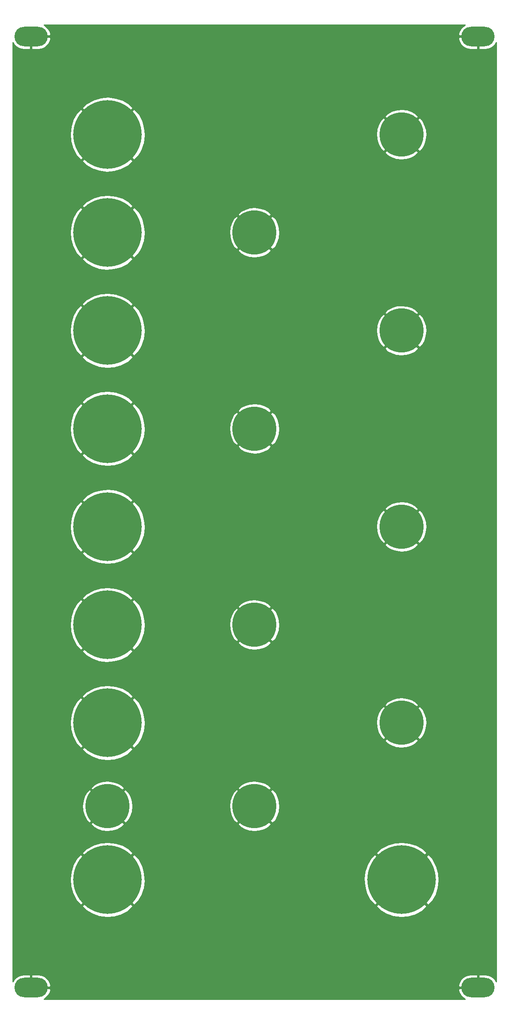
<source format=gbr>
%TF.GenerationSoftware,KiCad,Pcbnew,5.1.6-c6e7f7d~87~ubuntu20.04.1*%
%TF.CreationDate,2020-10-30T00:46:53-04:00*%
%TF.ProjectId,waveshaper-panel,77617665-7368-4617-9065-722d70616e65,rev?*%
%TF.SameCoordinates,Original*%
%TF.FileFunction,Copper,L2,Bot*%
%TF.FilePolarity,Positive*%
%FSLAX46Y46*%
G04 Gerber Fmt 4.6, Leading zero omitted, Abs format (unit mm)*
G04 Created by KiCad (PCBNEW 5.1.6-c6e7f7d~87~ubuntu20.04.1) date 2020-10-30 00:46:53*
%MOMM*%
%LPD*%
G01*
G04 APERTURE LIST*
%TA.AperFunction,ComponentPad*%
%ADD10O,6.800000X4.000000*%
%TD*%
%TA.AperFunction,ComponentPad*%
%ADD11C,9.000000*%
%TD*%
%TA.AperFunction,ComponentPad*%
%ADD12C,14.000000*%
%TD*%
%TA.AperFunction,Conductor*%
%ADD13C,0.254000*%
%TD*%
G04 APERTURE END LIST*
D10*
%TO.P,H22,1*%
%TO.N,GND*%
X145600000Y-197000000D03*
%TD*%
D11*
%TO.P,H21,1*%
%TO.N,GND*%
X100000000Y-83000000D03*
%TD*%
D12*
%TO.P,H20,1*%
%TO.N,GND*%
X70000000Y-83000000D03*
%TD*%
D10*
%TO.P,H19,1*%
%TO.N,GND*%
X54400000Y-197000000D03*
%TD*%
D11*
%TO.P,H18,1*%
%TO.N,GND*%
X130000000Y-143000000D03*
%TD*%
%TO.P,H17,1*%
%TO.N,GND*%
X130000000Y-63000000D03*
%TD*%
D12*
%TO.P,H16,1*%
%TO.N,GND*%
X70000000Y-143000000D03*
%TD*%
%TO.P,H15,1*%
%TO.N,GND*%
X70000000Y-63000000D03*
%TD*%
D10*
%TO.P,H14,1*%
%TO.N,GND*%
X145600000Y-3000000D03*
%TD*%
D12*
%TO.P,H13,1*%
%TO.N,GND*%
X130000000Y-175000000D03*
%TD*%
D11*
%TO.P,H12,1*%
%TO.N,GND*%
X100000000Y-160000000D03*
%TD*%
%TO.P,H11,1*%
%TO.N,GND*%
X100000000Y-123000000D03*
%TD*%
%TO.P,H10,1*%
%TO.N,GND*%
X100000000Y-43000000D03*
%TD*%
D12*
%TO.P,H9,1*%
%TO.N,GND*%
X70000000Y-123000000D03*
%TD*%
%TO.P,H8,1*%
%TO.N,GND*%
X70000000Y-43000000D03*
%TD*%
D10*
%TO.P,H7,1*%
%TO.N,GND*%
X54400000Y-3000000D03*
%TD*%
D12*
%TO.P,H6,1*%
%TO.N,GND*%
X70000000Y-175000000D03*
%TD*%
D11*
%TO.P,H5,1*%
%TO.N,GND*%
X70000000Y-160000000D03*
%TD*%
%TO.P,H4,1*%
%TO.N,GND*%
X130000000Y-103000000D03*
%TD*%
%TO.P,H3,1*%
%TO.N,GND*%
X130000000Y-23000000D03*
%TD*%
D12*
%TO.P,H2,1*%
%TO.N,GND*%
X70000000Y-103000000D03*
%TD*%
%TO.P,H1,1*%
%TO.N,GND*%
X70000000Y-23000000D03*
%TD*%
D13*
%TO.N,GND*%
G36*
X142630475Y-879635D02*
G01*
X142246970Y-1226576D01*
X141938519Y-1641669D01*
X141716975Y-2108962D01*
X141620333Y-2462838D01*
X141727009Y-2873000D01*
X145473000Y-2873000D01*
X145473000Y-2853000D01*
X145727000Y-2853000D01*
X145727000Y-2873000D01*
X145747000Y-2873000D01*
X145747000Y-3127000D01*
X145727000Y-3127000D01*
X145727000Y-5635000D01*
X147127000Y-5635000D01*
X147638623Y-5559593D01*
X148125704Y-5385822D01*
X148569525Y-5120365D01*
X148953030Y-4773424D01*
X149261481Y-4358331D01*
X149340000Y-4192714D01*
X149340001Y-195807288D01*
X149261481Y-195641669D01*
X148953030Y-195226576D01*
X148569525Y-194879635D01*
X148125704Y-194614178D01*
X147638623Y-194440407D01*
X147127000Y-194365000D01*
X145727000Y-194365000D01*
X145727000Y-196873000D01*
X145747000Y-196873000D01*
X145747000Y-197127000D01*
X145727000Y-197127000D01*
X145727000Y-197147000D01*
X145473000Y-197147000D01*
X145473000Y-197127000D01*
X141727009Y-197127000D01*
X141620333Y-197537162D01*
X141716975Y-197891038D01*
X141938519Y-198358331D01*
X142246970Y-198773424D01*
X142630475Y-199120365D01*
X142997686Y-199340000D01*
X57002314Y-199340000D01*
X57369525Y-199120365D01*
X57753030Y-198773424D01*
X58061481Y-198358331D01*
X58283025Y-197891038D01*
X58379667Y-197537162D01*
X58272991Y-197127000D01*
X54527000Y-197127000D01*
X54527000Y-197147000D01*
X54273000Y-197147000D01*
X54273000Y-197127000D01*
X54253000Y-197127000D01*
X54253000Y-196873000D01*
X54273000Y-196873000D01*
X54273000Y-194365000D01*
X54527000Y-194365000D01*
X54527000Y-196873000D01*
X58272991Y-196873000D01*
X58379667Y-196462838D01*
X141620333Y-196462838D01*
X141727009Y-196873000D01*
X145473000Y-196873000D01*
X145473000Y-194365000D01*
X144073000Y-194365000D01*
X143561377Y-194440407D01*
X143074296Y-194614178D01*
X142630475Y-194879635D01*
X142246970Y-195226576D01*
X141938519Y-195641669D01*
X141716975Y-196108962D01*
X141620333Y-196462838D01*
X58379667Y-196462838D01*
X58283025Y-196108962D01*
X58061481Y-195641669D01*
X57753030Y-195226576D01*
X57369525Y-194879635D01*
X56925704Y-194614178D01*
X56438623Y-194440407D01*
X55927000Y-194365000D01*
X54527000Y-194365000D01*
X54273000Y-194365000D01*
X52873000Y-194365000D01*
X52361377Y-194440407D01*
X51874296Y-194614178D01*
X51430475Y-194879635D01*
X51046970Y-195226576D01*
X50738519Y-195641669D01*
X50660000Y-195807286D01*
X50660000Y-180401674D01*
X64777932Y-180401674D01*
X65593908Y-181280530D01*
X66903840Y-182019437D01*
X68332756Y-182488591D01*
X69825743Y-182669963D01*
X71325428Y-182556583D01*
X72774176Y-182152807D01*
X74116314Y-181474153D01*
X74406092Y-181280530D01*
X75222068Y-180401674D01*
X124777932Y-180401674D01*
X125593908Y-181280530D01*
X126903840Y-182019437D01*
X128332756Y-182488591D01*
X129825743Y-182669963D01*
X131325428Y-182556583D01*
X132774176Y-182152807D01*
X134116314Y-181474153D01*
X134406092Y-181280530D01*
X135222068Y-180401674D01*
X130000000Y-175179605D01*
X124777932Y-180401674D01*
X75222068Y-180401674D01*
X70000000Y-175179605D01*
X64777932Y-180401674D01*
X50660000Y-180401674D01*
X50660000Y-174825743D01*
X62330037Y-174825743D01*
X62443417Y-176325428D01*
X62847193Y-177774176D01*
X63525847Y-179116314D01*
X63719470Y-179406092D01*
X64598326Y-180222068D01*
X69820395Y-175000000D01*
X70179605Y-175000000D01*
X75401674Y-180222068D01*
X76280530Y-179406092D01*
X77019437Y-178096160D01*
X77488591Y-176667244D01*
X77669963Y-175174257D01*
X77643615Y-174825743D01*
X122330037Y-174825743D01*
X122443417Y-176325428D01*
X122847193Y-177774176D01*
X123525847Y-179116314D01*
X123719470Y-179406092D01*
X124598326Y-180222068D01*
X129820395Y-175000000D01*
X130179605Y-175000000D01*
X135401674Y-180222068D01*
X136280530Y-179406092D01*
X137019437Y-178096160D01*
X137488591Y-176667244D01*
X137669963Y-175174257D01*
X137556583Y-173674572D01*
X137152807Y-172225824D01*
X136474153Y-170883686D01*
X136280530Y-170593908D01*
X135401674Y-169777932D01*
X130179605Y-175000000D01*
X129820395Y-175000000D01*
X124598326Y-169777932D01*
X123719470Y-170593908D01*
X122980563Y-171903840D01*
X122511409Y-173332756D01*
X122330037Y-174825743D01*
X77643615Y-174825743D01*
X77556583Y-173674572D01*
X77152807Y-172225824D01*
X76474153Y-170883686D01*
X76280530Y-170593908D01*
X75401674Y-169777932D01*
X70179605Y-175000000D01*
X69820395Y-175000000D01*
X64598326Y-169777932D01*
X63719470Y-170593908D01*
X62980563Y-171903840D01*
X62511409Y-173332756D01*
X62330037Y-174825743D01*
X50660000Y-174825743D01*
X50660000Y-169598326D01*
X64777932Y-169598326D01*
X70000000Y-174820395D01*
X75222068Y-169598326D01*
X124777932Y-169598326D01*
X130000000Y-174820395D01*
X135222068Y-169598326D01*
X134406092Y-168719470D01*
X133096160Y-167980563D01*
X131667244Y-167511409D01*
X130174257Y-167330037D01*
X128674572Y-167443417D01*
X127225824Y-167847193D01*
X125883686Y-168525847D01*
X125593908Y-168719470D01*
X124777932Y-169598326D01*
X75222068Y-169598326D01*
X74406092Y-168719470D01*
X73096160Y-167980563D01*
X71667244Y-167511409D01*
X70174257Y-167330037D01*
X68674572Y-167443417D01*
X67225824Y-167847193D01*
X65883686Y-168525847D01*
X65593908Y-168719470D01*
X64777932Y-169598326D01*
X50660000Y-169598326D01*
X50660000Y-163624971D01*
X66554634Y-163624971D01*
X67070783Y-164247788D01*
X67955768Y-164737630D01*
X68919314Y-165045407D01*
X69924389Y-165159293D01*
X70932370Y-165074910D01*
X71904520Y-164795501D01*
X72803481Y-164331803D01*
X72929217Y-164247788D01*
X73445366Y-163624971D01*
X96554634Y-163624971D01*
X97070783Y-164247788D01*
X97955768Y-164737630D01*
X98919314Y-165045407D01*
X99924389Y-165159293D01*
X100932370Y-165074910D01*
X101904520Y-164795501D01*
X102803481Y-164331803D01*
X102929217Y-164247788D01*
X103445366Y-163624971D01*
X100000000Y-160179605D01*
X96554634Y-163624971D01*
X73445366Y-163624971D01*
X70000000Y-160179605D01*
X66554634Y-163624971D01*
X50660000Y-163624971D01*
X50660000Y-159924389D01*
X64840707Y-159924389D01*
X64925090Y-160932370D01*
X65204499Y-161904520D01*
X65668197Y-162803481D01*
X65752212Y-162929217D01*
X66375029Y-163445366D01*
X69820395Y-160000000D01*
X70179605Y-160000000D01*
X73624971Y-163445366D01*
X74247788Y-162929217D01*
X74737630Y-162044232D01*
X75045407Y-161080686D01*
X75159293Y-160075611D01*
X75146634Y-159924389D01*
X94840707Y-159924389D01*
X94925090Y-160932370D01*
X95204499Y-161904520D01*
X95668197Y-162803481D01*
X95752212Y-162929217D01*
X96375029Y-163445366D01*
X99820395Y-160000000D01*
X100179605Y-160000000D01*
X103624971Y-163445366D01*
X104247788Y-162929217D01*
X104737630Y-162044232D01*
X105045407Y-161080686D01*
X105159293Y-160075611D01*
X105074910Y-159067630D01*
X104795501Y-158095480D01*
X104331803Y-157196519D01*
X104247788Y-157070783D01*
X103624971Y-156554634D01*
X100179605Y-160000000D01*
X99820395Y-160000000D01*
X96375029Y-156554634D01*
X95752212Y-157070783D01*
X95262370Y-157955768D01*
X94954593Y-158919314D01*
X94840707Y-159924389D01*
X75146634Y-159924389D01*
X75074910Y-159067630D01*
X74795501Y-158095480D01*
X74331803Y-157196519D01*
X74247788Y-157070783D01*
X73624971Y-156554634D01*
X70179605Y-160000000D01*
X69820395Y-160000000D01*
X66375029Y-156554634D01*
X65752212Y-157070783D01*
X65262370Y-157955768D01*
X64954593Y-158919314D01*
X64840707Y-159924389D01*
X50660000Y-159924389D01*
X50660000Y-156375029D01*
X66554634Y-156375029D01*
X70000000Y-159820395D01*
X73445366Y-156375029D01*
X96554634Y-156375029D01*
X100000000Y-159820395D01*
X103445366Y-156375029D01*
X102929217Y-155752212D01*
X102044232Y-155262370D01*
X101080686Y-154954593D01*
X100075611Y-154840707D01*
X99067630Y-154925090D01*
X98095480Y-155204499D01*
X97196519Y-155668197D01*
X97070783Y-155752212D01*
X96554634Y-156375029D01*
X73445366Y-156375029D01*
X72929217Y-155752212D01*
X72044232Y-155262370D01*
X71080686Y-154954593D01*
X70075611Y-154840707D01*
X69067630Y-154925090D01*
X68095480Y-155204499D01*
X67196519Y-155668197D01*
X67070783Y-155752212D01*
X66554634Y-156375029D01*
X50660000Y-156375029D01*
X50660000Y-148401674D01*
X64777932Y-148401674D01*
X65593908Y-149280530D01*
X66903840Y-150019437D01*
X68332756Y-150488591D01*
X69825743Y-150669963D01*
X71325428Y-150556583D01*
X72774176Y-150152807D01*
X74116314Y-149474153D01*
X74406092Y-149280530D01*
X75222068Y-148401674D01*
X70000000Y-143179605D01*
X64777932Y-148401674D01*
X50660000Y-148401674D01*
X50660000Y-142825743D01*
X62330037Y-142825743D01*
X62443417Y-144325428D01*
X62847193Y-145774176D01*
X63525847Y-147116314D01*
X63719470Y-147406092D01*
X64598326Y-148222068D01*
X69820395Y-143000000D01*
X70179605Y-143000000D01*
X75401674Y-148222068D01*
X76280530Y-147406092D01*
X76721145Y-146624971D01*
X126554634Y-146624971D01*
X127070783Y-147247788D01*
X127955768Y-147737630D01*
X128919314Y-148045407D01*
X129924389Y-148159293D01*
X130932370Y-148074910D01*
X131904520Y-147795501D01*
X132803481Y-147331803D01*
X132929217Y-147247788D01*
X133445366Y-146624971D01*
X130000000Y-143179605D01*
X126554634Y-146624971D01*
X76721145Y-146624971D01*
X77019437Y-146096160D01*
X77488591Y-144667244D01*
X77669963Y-143174257D01*
X77651073Y-142924389D01*
X124840707Y-142924389D01*
X124925090Y-143932370D01*
X125204499Y-144904520D01*
X125668197Y-145803481D01*
X125752212Y-145929217D01*
X126375029Y-146445366D01*
X129820395Y-143000000D01*
X130179605Y-143000000D01*
X133624971Y-146445366D01*
X134247788Y-145929217D01*
X134737630Y-145044232D01*
X135045407Y-144080686D01*
X135159293Y-143075611D01*
X135074910Y-142067630D01*
X134795501Y-141095480D01*
X134331803Y-140196519D01*
X134247788Y-140070783D01*
X133624971Y-139554634D01*
X130179605Y-143000000D01*
X129820395Y-143000000D01*
X126375029Y-139554634D01*
X125752212Y-140070783D01*
X125262370Y-140955768D01*
X124954593Y-141919314D01*
X124840707Y-142924389D01*
X77651073Y-142924389D01*
X77556583Y-141674572D01*
X77152807Y-140225824D01*
X76722602Y-139375029D01*
X126554634Y-139375029D01*
X130000000Y-142820395D01*
X133445366Y-139375029D01*
X132929217Y-138752212D01*
X132044232Y-138262370D01*
X131080686Y-137954593D01*
X130075611Y-137840707D01*
X129067630Y-137925090D01*
X128095480Y-138204499D01*
X127196519Y-138668197D01*
X127070783Y-138752212D01*
X126554634Y-139375029D01*
X76722602Y-139375029D01*
X76474153Y-138883686D01*
X76280530Y-138593908D01*
X75401674Y-137777932D01*
X70179605Y-143000000D01*
X69820395Y-143000000D01*
X64598326Y-137777932D01*
X63719470Y-138593908D01*
X62980563Y-139903840D01*
X62511409Y-141332756D01*
X62330037Y-142825743D01*
X50660000Y-142825743D01*
X50660000Y-137598326D01*
X64777932Y-137598326D01*
X70000000Y-142820395D01*
X75222068Y-137598326D01*
X74406092Y-136719470D01*
X73096160Y-135980563D01*
X71667244Y-135511409D01*
X70174257Y-135330037D01*
X68674572Y-135443417D01*
X67225824Y-135847193D01*
X65883686Y-136525847D01*
X65593908Y-136719470D01*
X64777932Y-137598326D01*
X50660000Y-137598326D01*
X50660000Y-128401674D01*
X64777932Y-128401674D01*
X65593908Y-129280530D01*
X66903840Y-130019437D01*
X68332756Y-130488591D01*
X69825743Y-130669963D01*
X71325428Y-130556583D01*
X72774176Y-130152807D01*
X74116314Y-129474153D01*
X74406092Y-129280530D01*
X75222068Y-128401674D01*
X70000000Y-123179605D01*
X64777932Y-128401674D01*
X50660000Y-128401674D01*
X50660000Y-122825743D01*
X62330037Y-122825743D01*
X62443417Y-124325428D01*
X62847193Y-125774176D01*
X63525847Y-127116314D01*
X63719470Y-127406092D01*
X64598326Y-128222068D01*
X69820395Y-123000000D01*
X70179605Y-123000000D01*
X75401674Y-128222068D01*
X76280530Y-127406092D01*
X76721145Y-126624971D01*
X96554634Y-126624971D01*
X97070783Y-127247788D01*
X97955768Y-127737630D01*
X98919314Y-128045407D01*
X99924389Y-128159293D01*
X100932370Y-128074910D01*
X101904520Y-127795501D01*
X102803481Y-127331803D01*
X102929217Y-127247788D01*
X103445366Y-126624971D01*
X100000000Y-123179605D01*
X96554634Y-126624971D01*
X76721145Y-126624971D01*
X77019437Y-126096160D01*
X77488591Y-124667244D01*
X77669963Y-123174257D01*
X77651073Y-122924389D01*
X94840707Y-122924389D01*
X94925090Y-123932370D01*
X95204499Y-124904520D01*
X95668197Y-125803481D01*
X95752212Y-125929217D01*
X96375029Y-126445366D01*
X99820395Y-123000000D01*
X100179605Y-123000000D01*
X103624971Y-126445366D01*
X104247788Y-125929217D01*
X104737630Y-125044232D01*
X105045407Y-124080686D01*
X105159293Y-123075611D01*
X105074910Y-122067630D01*
X104795501Y-121095480D01*
X104331803Y-120196519D01*
X104247788Y-120070783D01*
X103624971Y-119554634D01*
X100179605Y-123000000D01*
X99820395Y-123000000D01*
X96375029Y-119554634D01*
X95752212Y-120070783D01*
X95262370Y-120955768D01*
X94954593Y-121919314D01*
X94840707Y-122924389D01*
X77651073Y-122924389D01*
X77556583Y-121674572D01*
X77152807Y-120225824D01*
X76722602Y-119375029D01*
X96554634Y-119375029D01*
X100000000Y-122820395D01*
X103445366Y-119375029D01*
X102929217Y-118752212D01*
X102044232Y-118262370D01*
X101080686Y-117954593D01*
X100075611Y-117840707D01*
X99067630Y-117925090D01*
X98095480Y-118204499D01*
X97196519Y-118668197D01*
X97070783Y-118752212D01*
X96554634Y-119375029D01*
X76722602Y-119375029D01*
X76474153Y-118883686D01*
X76280530Y-118593908D01*
X75401674Y-117777932D01*
X70179605Y-123000000D01*
X69820395Y-123000000D01*
X64598326Y-117777932D01*
X63719470Y-118593908D01*
X62980563Y-119903840D01*
X62511409Y-121332756D01*
X62330037Y-122825743D01*
X50660000Y-122825743D01*
X50660000Y-117598326D01*
X64777932Y-117598326D01*
X70000000Y-122820395D01*
X75222068Y-117598326D01*
X74406092Y-116719470D01*
X73096160Y-115980563D01*
X71667244Y-115511409D01*
X70174257Y-115330037D01*
X68674572Y-115443417D01*
X67225824Y-115847193D01*
X65883686Y-116525847D01*
X65593908Y-116719470D01*
X64777932Y-117598326D01*
X50660000Y-117598326D01*
X50660000Y-108401674D01*
X64777932Y-108401674D01*
X65593908Y-109280530D01*
X66903840Y-110019437D01*
X68332756Y-110488591D01*
X69825743Y-110669963D01*
X71325428Y-110556583D01*
X72774176Y-110152807D01*
X74116314Y-109474153D01*
X74406092Y-109280530D01*
X75222068Y-108401674D01*
X70000000Y-103179605D01*
X64777932Y-108401674D01*
X50660000Y-108401674D01*
X50660000Y-102825743D01*
X62330037Y-102825743D01*
X62443417Y-104325428D01*
X62847193Y-105774176D01*
X63525847Y-107116314D01*
X63719470Y-107406092D01*
X64598326Y-108222068D01*
X69820395Y-103000000D01*
X70179605Y-103000000D01*
X75401674Y-108222068D01*
X76280530Y-107406092D01*
X76721145Y-106624971D01*
X126554634Y-106624971D01*
X127070783Y-107247788D01*
X127955768Y-107737630D01*
X128919314Y-108045407D01*
X129924389Y-108159293D01*
X130932370Y-108074910D01*
X131904520Y-107795501D01*
X132803481Y-107331803D01*
X132929217Y-107247788D01*
X133445366Y-106624971D01*
X130000000Y-103179605D01*
X126554634Y-106624971D01*
X76721145Y-106624971D01*
X77019437Y-106096160D01*
X77488591Y-104667244D01*
X77669963Y-103174257D01*
X77651073Y-102924389D01*
X124840707Y-102924389D01*
X124925090Y-103932370D01*
X125204499Y-104904520D01*
X125668197Y-105803481D01*
X125752212Y-105929217D01*
X126375029Y-106445366D01*
X129820395Y-103000000D01*
X130179605Y-103000000D01*
X133624971Y-106445366D01*
X134247788Y-105929217D01*
X134737630Y-105044232D01*
X135045407Y-104080686D01*
X135159293Y-103075611D01*
X135074910Y-102067630D01*
X134795501Y-101095480D01*
X134331803Y-100196519D01*
X134247788Y-100070783D01*
X133624971Y-99554634D01*
X130179605Y-103000000D01*
X129820395Y-103000000D01*
X126375029Y-99554634D01*
X125752212Y-100070783D01*
X125262370Y-100955768D01*
X124954593Y-101919314D01*
X124840707Y-102924389D01*
X77651073Y-102924389D01*
X77556583Y-101674572D01*
X77152807Y-100225824D01*
X76722602Y-99375029D01*
X126554634Y-99375029D01*
X130000000Y-102820395D01*
X133445366Y-99375029D01*
X132929217Y-98752212D01*
X132044232Y-98262370D01*
X131080686Y-97954593D01*
X130075611Y-97840707D01*
X129067630Y-97925090D01*
X128095480Y-98204499D01*
X127196519Y-98668197D01*
X127070783Y-98752212D01*
X126554634Y-99375029D01*
X76722602Y-99375029D01*
X76474153Y-98883686D01*
X76280530Y-98593908D01*
X75401674Y-97777932D01*
X70179605Y-103000000D01*
X69820395Y-103000000D01*
X64598326Y-97777932D01*
X63719470Y-98593908D01*
X62980563Y-99903840D01*
X62511409Y-101332756D01*
X62330037Y-102825743D01*
X50660000Y-102825743D01*
X50660000Y-97598326D01*
X64777932Y-97598326D01*
X70000000Y-102820395D01*
X75222068Y-97598326D01*
X74406092Y-96719470D01*
X73096160Y-95980563D01*
X71667244Y-95511409D01*
X70174257Y-95330037D01*
X68674572Y-95443417D01*
X67225824Y-95847193D01*
X65883686Y-96525847D01*
X65593908Y-96719470D01*
X64777932Y-97598326D01*
X50660000Y-97598326D01*
X50660000Y-88401674D01*
X64777932Y-88401674D01*
X65593908Y-89280530D01*
X66903840Y-90019437D01*
X68332756Y-90488591D01*
X69825743Y-90669963D01*
X71325428Y-90556583D01*
X72774176Y-90152807D01*
X74116314Y-89474153D01*
X74406092Y-89280530D01*
X75222068Y-88401674D01*
X70000000Y-83179605D01*
X64777932Y-88401674D01*
X50660000Y-88401674D01*
X50660000Y-82825743D01*
X62330037Y-82825743D01*
X62443417Y-84325428D01*
X62847193Y-85774176D01*
X63525847Y-87116314D01*
X63719470Y-87406092D01*
X64598326Y-88222068D01*
X69820395Y-83000000D01*
X70179605Y-83000000D01*
X75401674Y-88222068D01*
X76280530Y-87406092D01*
X76721145Y-86624971D01*
X96554634Y-86624971D01*
X97070783Y-87247788D01*
X97955768Y-87737630D01*
X98919314Y-88045407D01*
X99924389Y-88159293D01*
X100932370Y-88074910D01*
X101904520Y-87795501D01*
X102803481Y-87331803D01*
X102929217Y-87247788D01*
X103445366Y-86624971D01*
X100000000Y-83179605D01*
X96554634Y-86624971D01*
X76721145Y-86624971D01*
X77019437Y-86096160D01*
X77488591Y-84667244D01*
X77669963Y-83174257D01*
X77651073Y-82924389D01*
X94840707Y-82924389D01*
X94925090Y-83932370D01*
X95204499Y-84904520D01*
X95668197Y-85803481D01*
X95752212Y-85929217D01*
X96375029Y-86445366D01*
X99820395Y-83000000D01*
X100179605Y-83000000D01*
X103624971Y-86445366D01*
X104247788Y-85929217D01*
X104737630Y-85044232D01*
X105045407Y-84080686D01*
X105159293Y-83075611D01*
X105074910Y-82067630D01*
X104795501Y-81095480D01*
X104331803Y-80196519D01*
X104247788Y-80070783D01*
X103624971Y-79554634D01*
X100179605Y-83000000D01*
X99820395Y-83000000D01*
X96375029Y-79554634D01*
X95752212Y-80070783D01*
X95262370Y-80955768D01*
X94954593Y-81919314D01*
X94840707Y-82924389D01*
X77651073Y-82924389D01*
X77556583Y-81674572D01*
X77152807Y-80225824D01*
X76722602Y-79375029D01*
X96554634Y-79375029D01*
X100000000Y-82820395D01*
X103445366Y-79375029D01*
X102929217Y-78752212D01*
X102044232Y-78262370D01*
X101080686Y-77954593D01*
X100075611Y-77840707D01*
X99067630Y-77925090D01*
X98095480Y-78204499D01*
X97196519Y-78668197D01*
X97070783Y-78752212D01*
X96554634Y-79375029D01*
X76722602Y-79375029D01*
X76474153Y-78883686D01*
X76280530Y-78593908D01*
X75401674Y-77777932D01*
X70179605Y-83000000D01*
X69820395Y-83000000D01*
X64598326Y-77777932D01*
X63719470Y-78593908D01*
X62980563Y-79903840D01*
X62511409Y-81332756D01*
X62330037Y-82825743D01*
X50660000Y-82825743D01*
X50660000Y-77598326D01*
X64777932Y-77598326D01*
X70000000Y-82820395D01*
X75222068Y-77598326D01*
X74406092Y-76719470D01*
X73096160Y-75980563D01*
X71667244Y-75511409D01*
X70174257Y-75330037D01*
X68674572Y-75443417D01*
X67225824Y-75847193D01*
X65883686Y-76525847D01*
X65593908Y-76719470D01*
X64777932Y-77598326D01*
X50660000Y-77598326D01*
X50660000Y-68401674D01*
X64777932Y-68401674D01*
X65593908Y-69280530D01*
X66903840Y-70019437D01*
X68332756Y-70488591D01*
X69825743Y-70669963D01*
X71325428Y-70556583D01*
X72774176Y-70152807D01*
X74116314Y-69474153D01*
X74406092Y-69280530D01*
X75222068Y-68401674D01*
X70000000Y-63179605D01*
X64777932Y-68401674D01*
X50660000Y-68401674D01*
X50660000Y-62825743D01*
X62330037Y-62825743D01*
X62443417Y-64325428D01*
X62847193Y-65774176D01*
X63525847Y-67116314D01*
X63719470Y-67406092D01*
X64598326Y-68222068D01*
X69820395Y-63000000D01*
X70179605Y-63000000D01*
X75401674Y-68222068D01*
X76280530Y-67406092D01*
X76721145Y-66624971D01*
X126554634Y-66624971D01*
X127070783Y-67247788D01*
X127955768Y-67737630D01*
X128919314Y-68045407D01*
X129924389Y-68159293D01*
X130932370Y-68074910D01*
X131904520Y-67795501D01*
X132803481Y-67331803D01*
X132929217Y-67247788D01*
X133445366Y-66624971D01*
X130000000Y-63179605D01*
X126554634Y-66624971D01*
X76721145Y-66624971D01*
X77019437Y-66096160D01*
X77488591Y-64667244D01*
X77669963Y-63174257D01*
X77651073Y-62924389D01*
X124840707Y-62924389D01*
X124925090Y-63932370D01*
X125204499Y-64904520D01*
X125668197Y-65803481D01*
X125752212Y-65929217D01*
X126375029Y-66445366D01*
X129820395Y-63000000D01*
X130179605Y-63000000D01*
X133624971Y-66445366D01*
X134247788Y-65929217D01*
X134737630Y-65044232D01*
X135045407Y-64080686D01*
X135159293Y-63075611D01*
X135074910Y-62067630D01*
X134795501Y-61095480D01*
X134331803Y-60196519D01*
X134247788Y-60070783D01*
X133624971Y-59554634D01*
X130179605Y-63000000D01*
X129820395Y-63000000D01*
X126375029Y-59554634D01*
X125752212Y-60070783D01*
X125262370Y-60955768D01*
X124954593Y-61919314D01*
X124840707Y-62924389D01*
X77651073Y-62924389D01*
X77556583Y-61674572D01*
X77152807Y-60225824D01*
X76722602Y-59375029D01*
X126554634Y-59375029D01*
X130000000Y-62820395D01*
X133445366Y-59375029D01*
X132929217Y-58752212D01*
X132044232Y-58262370D01*
X131080686Y-57954593D01*
X130075611Y-57840707D01*
X129067630Y-57925090D01*
X128095480Y-58204499D01*
X127196519Y-58668197D01*
X127070783Y-58752212D01*
X126554634Y-59375029D01*
X76722602Y-59375029D01*
X76474153Y-58883686D01*
X76280530Y-58593908D01*
X75401674Y-57777932D01*
X70179605Y-63000000D01*
X69820395Y-63000000D01*
X64598326Y-57777932D01*
X63719470Y-58593908D01*
X62980563Y-59903840D01*
X62511409Y-61332756D01*
X62330037Y-62825743D01*
X50660000Y-62825743D01*
X50660000Y-57598326D01*
X64777932Y-57598326D01*
X70000000Y-62820395D01*
X75222068Y-57598326D01*
X74406092Y-56719470D01*
X73096160Y-55980563D01*
X71667244Y-55511409D01*
X70174257Y-55330037D01*
X68674572Y-55443417D01*
X67225824Y-55847193D01*
X65883686Y-56525847D01*
X65593908Y-56719470D01*
X64777932Y-57598326D01*
X50660000Y-57598326D01*
X50660000Y-48401674D01*
X64777932Y-48401674D01*
X65593908Y-49280530D01*
X66903840Y-50019437D01*
X68332756Y-50488591D01*
X69825743Y-50669963D01*
X71325428Y-50556583D01*
X72774176Y-50152807D01*
X74116314Y-49474153D01*
X74406092Y-49280530D01*
X75222068Y-48401674D01*
X70000000Y-43179605D01*
X64777932Y-48401674D01*
X50660000Y-48401674D01*
X50660000Y-42825743D01*
X62330037Y-42825743D01*
X62443417Y-44325428D01*
X62847193Y-45774176D01*
X63525847Y-47116314D01*
X63719470Y-47406092D01*
X64598326Y-48222068D01*
X69820395Y-43000000D01*
X70179605Y-43000000D01*
X75401674Y-48222068D01*
X76280530Y-47406092D01*
X76721145Y-46624971D01*
X96554634Y-46624971D01*
X97070783Y-47247788D01*
X97955768Y-47737630D01*
X98919314Y-48045407D01*
X99924389Y-48159293D01*
X100932370Y-48074910D01*
X101904520Y-47795501D01*
X102803481Y-47331803D01*
X102929217Y-47247788D01*
X103445366Y-46624971D01*
X100000000Y-43179605D01*
X96554634Y-46624971D01*
X76721145Y-46624971D01*
X77019437Y-46096160D01*
X77488591Y-44667244D01*
X77669963Y-43174257D01*
X77651073Y-42924389D01*
X94840707Y-42924389D01*
X94925090Y-43932370D01*
X95204499Y-44904520D01*
X95668197Y-45803481D01*
X95752212Y-45929217D01*
X96375029Y-46445366D01*
X99820395Y-43000000D01*
X100179605Y-43000000D01*
X103624971Y-46445366D01*
X104247788Y-45929217D01*
X104737630Y-45044232D01*
X105045407Y-44080686D01*
X105159293Y-43075611D01*
X105074910Y-42067630D01*
X104795501Y-41095480D01*
X104331803Y-40196519D01*
X104247788Y-40070783D01*
X103624971Y-39554634D01*
X100179605Y-43000000D01*
X99820395Y-43000000D01*
X96375029Y-39554634D01*
X95752212Y-40070783D01*
X95262370Y-40955768D01*
X94954593Y-41919314D01*
X94840707Y-42924389D01*
X77651073Y-42924389D01*
X77556583Y-41674572D01*
X77152807Y-40225824D01*
X76722602Y-39375029D01*
X96554634Y-39375029D01*
X100000000Y-42820395D01*
X103445366Y-39375029D01*
X102929217Y-38752212D01*
X102044232Y-38262370D01*
X101080686Y-37954593D01*
X100075611Y-37840707D01*
X99067630Y-37925090D01*
X98095480Y-38204499D01*
X97196519Y-38668197D01*
X97070783Y-38752212D01*
X96554634Y-39375029D01*
X76722602Y-39375029D01*
X76474153Y-38883686D01*
X76280530Y-38593908D01*
X75401674Y-37777932D01*
X70179605Y-43000000D01*
X69820395Y-43000000D01*
X64598326Y-37777932D01*
X63719470Y-38593908D01*
X62980563Y-39903840D01*
X62511409Y-41332756D01*
X62330037Y-42825743D01*
X50660000Y-42825743D01*
X50660000Y-37598326D01*
X64777932Y-37598326D01*
X70000000Y-42820395D01*
X75222068Y-37598326D01*
X74406092Y-36719470D01*
X73096160Y-35980563D01*
X71667244Y-35511409D01*
X70174257Y-35330037D01*
X68674572Y-35443417D01*
X67225824Y-35847193D01*
X65883686Y-36525847D01*
X65593908Y-36719470D01*
X64777932Y-37598326D01*
X50660000Y-37598326D01*
X50660000Y-28401674D01*
X64777932Y-28401674D01*
X65593908Y-29280530D01*
X66903840Y-30019437D01*
X68332756Y-30488591D01*
X69825743Y-30669963D01*
X71325428Y-30556583D01*
X72774176Y-30152807D01*
X74116314Y-29474153D01*
X74406092Y-29280530D01*
X75222068Y-28401674D01*
X70000000Y-23179605D01*
X64777932Y-28401674D01*
X50660000Y-28401674D01*
X50660000Y-22825743D01*
X62330037Y-22825743D01*
X62443417Y-24325428D01*
X62847193Y-25774176D01*
X63525847Y-27116314D01*
X63719470Y-27406092D01*
X64598326Y-28222068D01*
X69820395Y-23000000D01*
X70179605Y-23000000D01*
X75401674Y-28222068D01*
X76280530Y-27406092D01*
X76721145Y-26624971D01*
X126554634Y-26624971D01*
X127070783Y-27247788D01*
X127955768Y-27737630D01*
X128919314Y-28045407D01*
X129924389Y-28159293D01*
X130932370Y-28074910D01*
X131904520Y-27795501D01*
X132803481Y-27331803D01*
X132929217Y-27247788D01*
X133445366Y-26624971D01*
X130000000Y-23179605D01*
X126554634Y-26624971D01*
X76721145Y-26624971D01*
X77019437Y-26096160D01*
X77488591Y-24667244D01*
X77669963Y-23174257D01*
X77651073Y-22924389D01*
X124840707Y-22924389D01*
X124925090Y-23932370D01*
X125204499Y-24904520D01*
X125668197Y-25803481D01*
X125752212Y-25929217D01*
X126375029Y-26445366D01*
X129820395Y-23000000D01*
X130179605Y-23000000D01*
X133624971Y-26445366D01*
X134247788Y-25929217D01*
X134737630Y-25044232D01*
X135045407Y-24080686D01*
X135159293Y-23075611D01*
X135074910Y-22067630D01*
X134795501Y-21095480D01*
X134331803Y-20196519D01*
X134247788Y-20070783D01*
X133624971Y-19554634D01*
X130179605Y-23000000D01*
X129820395Y-23000000D01*
X126375029Y-19554634D01*
X125752212Y-20070783D01*
X125262370Y-20955768D01*
X124954593Y-21919314D01*
X124840707Y-22924389D01*
X77651073Y-22924389D01*
X77556583Y-21674572D01*
X77152807Y-20225824D01*
X76722602Y-19375029D01*
X126554634Y-19375029D01*
X130000000Y-22820395D01*
X133445366Y-19375029D01*
X132929217Y-18752212D01*
X132044232Y-18262370D01*
X131080686Y-17954593D01*
X130075611Y-17840707D01*
X129067630Y-17925090D01*
X128095480Y-18204499D01*
X127196519Y-18668197D01*
X127070783Y-18752212D01*
X126554634Y-19375029D01*
X76722602Y-19375029D01*
X76474153Y-18883686D01*
X76280530Y-18593908D01*
X75401674Y-17777932D01*
X70179605Y-23000000D01*
X69820395Y-23000000D01*
X64598326Y-17777932D01*
X63719470Y-18593908D01*
X62980563Y-19903840D01*
X62511409Y-21332756D01*
X62330037Y-22825743D01*
X50660000Y-22825743D01*
X50660000Y-17598326D01*
X64777932Y-17598326D01*
X70000000Y-22820395D01*
X75222068Y-17598326D01*
X74406092Y-16719470D01*
X73096160Y-15980563D01*
X71667244Y-15511409D01*
X70174257Y-15330037D01*
X68674572Y-15443417D01*
X67225824Y-15847193D01*
X65883686Y-16525847D01*
X65593908Y-16719470D01*
X64777932Y-17598326D01*
X50660000Y-17598326D01*
X50660000Y-4192714D01*
X50738519Y-4358331D01*
X51046970Y-4773424D01*
X51430475Y-5120365D01*
X51874296Y-5385822D01*
X52361377Y-5559593D01*
X52873000Y-5635000D01*
X54273000Y-5635000D01*
X54273000Y-3127000D01*
X54527000Y-3127000D01*
X54527000Y-5635000D01*
X55927000Y-5635000D01*
X56438623Y-5559593D01*
X56925704Y-5385822D01*
X57369525Y-5120365D01*
X57753030Y-4773424D01*
X58061481Y-4358331D01*
X58283025Y-3891038D01*
X58379667Y-3537162D01*
X141620333Y-3537162D01*
X141716975Y-3891038D01*
X141938519Y-4358331D01*
X142246970Y-4773424D01*
X142630475Y-5120365D01*
X143074296Y-5385822D01*
X143561377Y-5559593D01*
X144073000Y-5635000D01*
X145473000Y-5635000D01*
X145473000Y-3127000D01*
X141727009Y-3127000D01*
X141620333Y-3537162D01*
X58379667Y-3537162D01*
X58272991Y-3127000D01*
X54527000Y-3127000D01*
X54273000Y-3127000D01*
X54253000Y-3127000D01*
X54253000Y-2873000D01*
X54273000Y-2873000D01*
X54273000Y-2853000D01*
X54527000Y-2853000D01*
X54527000Y-2873000D01*
X58272991Y-2873000D01*
X58379667Y-2462838D01*
X58283025Y-2108962D01*
X58061481Y-1641669D01*
X57753030Y-1226576D01*
X57369525Y-879635D01*
X57002314Y-660000D01*
X142997686Y-660000D01*
X142630475Y-879635D01*
G37*
X142630475Y-879635D02*
X142246970Y-1226576D01*
X141938519Y-1641669D01*
X141716975Y-2108962D01*
X141620333Y-2462838D01*
X141727009Y-2873000D01*
X145473000Y-2873000D01*
X145473000Y-2853000D01*
X145727000Y-2853000D01*
X145727000Y-2873000D01*
X145747000Y-2873000D01*
X145747000Y-3127000D01*
X145727000Y-3127000D01*
X145727000Y-5635000D01*
X147127000Y-5635000D01*
X147638623Y-5559593D01*
X148125704Y-5385822D01*
X148569525Y-5120365D01*
X148953030Y-4773424D01*
X149261481Y-4358331D01*
X149340000Y-4192714D01*
X149340001Y-195807288D01*
X149261481Y-195641669D01*
X148953030Y-195226576D01*
X148569525Y-194879635D01*
X148125704Y-194614178D01*
X147638623Y-194440407D01*
X147127000Y-194365000D01*
X145727000Y-194365000D01*
X145727000Y-196873000D01*
X145747000Y-196873000D01*
X145747000Y-197127000D01*
X145727000Y-197127000D01*
X145727000Y-197147000D01*
X145473000Y-197147000D01*
X145473000Y-197127000D01*
X141727009Y-197127000D01*
X141620333Y-197537162D01*
X141716975Y-197891038D01*
X141938519Y-198358331D01*
X142246970Y-198773424D01*
X142630475Y-199120365D01*
X142997686Y-199340000D01*
X57002314Y-199340000D01*
X57369525Y-199120365D01*
X57753030Y-198773424D01*
X58061481Y-198358331D01*
X58283025Y-197891038D01*
X58379667Y-197537162D01*
X58272991Y-197127000D01*
X54527000Y-197127000D01*
X54527000Y-197147000D01*
X54273000Y-197147000D01*
X54273000Y-197127000D01*
X54253000Y-197127000D01*
X54253000Y-196873000D01*
X54273000Y-196873000D01*
X54273000Y-194365000D01*
X54527000Y-194365000D01*
X54527000Y-196873000D01*
X58272991Y-196873000D01*
X58379667Y-196462838D01*
X141620333Y-196462838D01*
X141727009Y-196873000D01*
X145473000Y-196873000D01*
X145473000Y-194365000D01*
X144073000Y-194365000D01*
X143561377Y-194440407D01*
X143074296Y-194614178D01*
X142630475Y-194879635D01*
X142246970Y-195226576D01*
X141938519Y-195641669D01*
X141716975Y-196108962D01*
X141620333Y-196462838D01*
X58379667Y-196462838D01*
X58283025Y-196108962D01*
X58061481Y-195641669D01*
X57753030Y-195226576D01*
X57369525Y-194879635D01*
X56925704Y-194614178D01*
X56438623Y-194440407D01*
X55927000Y-194365000D01*
X54527000Y-194365000D01*
X54273000Y-194365000D01*
X52873000Y-194365000D01*
X52361377Y-194440407D01*
X51874296Y-194614178D01*
X51430475Y-194879635D01*
X51046970Y-195226576D01*
X50738519Y-195641669D01*
X50660000Y-195807286D01*
X50660000Y-180401674D01*
X64777932Y-180401674D01*
X65593908Y-181280530D01*
X66903840Y-182019437D01*
X68332756Y-182488591D01*
X69825743Y-182669963D01*
X71325428Y-182556583D01*
X72774176Y-182152807D01*
X74116314Y-181474153D01*
X74406092Y-181280530D01*
X75222068Y-180401674D01*
X124777932Y-180401674D01*
X125593908Y-181280530D01*
X126903840Y-182019437D01*
X128332756Y-182488591D01*
X129825743Y-182669963D01*
X131325428Y-182556583D01*
X132774176Y-182152807D01*
X134116314Y-181474153D01*
X134406092Y-181280530D01*
X135222068Y-180401674D01*
X130000000Y-175179605D01*
X124777932Y-180401674D01*
X75222068Y-180401674D01*
X70000000Y-175179605D01*
X64777932Y-180401674D01*
X50660000Y-180401674D01*
X50660000Y-174825743D01*
X62330037Y-174825743D01*
X62443417Y-176325428D01*
X62847193Y-177774176D01*
X63525847Y-179116314D01*
X63719470Y-179406092D01*
X64598326Y-180222068D01*
X69820395Y-175000000D01*
X70179605Y-175000000D01*
X75401674Y-180222068D01*
X76280530Y-179406092D01*
X77019437Y-178096160D01*
X77488591Y-176667244D01*
X77669963Y-175174257D01*
X77643615Y-174825743D01*
X122330037Y-174825743D01*
X122443417Y-176325428D01*
X122847193Y-177774176D01*
X123525847Y-179116314D01*
X123719470Y-179406092D01*
X124598326Y-180222068D01*
X129820395Y-175000000D01*
X130179605Y-175000000D01*
X135401674Y-180222068D01*
X136280530Y-179406092D01*
X137019437Y-178096160D01*
X137488591Y-176667244D01*
X137669963Y-175174257D01*
X137556583Y-173674572D01*
X137152807Y-172225824D01*
X136474153Y-170883686D01*
X136280530Y-170593908D01*
X135401674Y-169777932D01*
X130179605Y-175000000D01*
X129820395Y-175000000D01*
X124598326Y-169777932D01*
X123719470Y-170593908D01*
X122980563Y-171903840D01*
X122511409Y-173332756D01*
X122330037Y-174825743D01*
X77643615Y-174825743D01*
X77556583Y-173674572D01*
X77152807Y-172225824D01*
X76474153Y-170883686D01*
X76280530Y-170593908D01*
X75401674Y-169777932D01*
X70179605Y-175000000D01*
X69820395Y-175000000D01*
X64598326Y-169777932D01*
X63719470Y-170593908D01*
X62980563Y-171903840D01*
X62511409Y-173332756D01*
X62330037Y-174825743D01*
X50660000Y-174825743D01*
X50660000Y-169598326D01*
X64777932Y-169598326D01*
X70000000Y-174820395D01*
X75222068Y-169598326D01*
X124777932Y-169598326D01*
X130000000Y-174820395D01*
X135222068Y-169598326D01*
X134406092Y-168719470D01*
X133096160Y-167980563D01*
X131667244Y-167511409D01*
X130174257Y-167330037D01*
X128674572Y-167443417D01*
X127225824Y-167847193D01*
X125883686Y-168525847D01*
X125593908Y-168719470D01*
X124777932Y-169598326D01*
X75222068Y-169598326D01*
X74406092Y-168719470D01*
X73096160Y-167980563D01*
X71667244Y-167511409D01*
X70174257Y-167330037D01*
X68674572Y-167443417D01*
X67225824Y-167847193D01*
X65883686Y-168525847D01*
X65593908Y-168719470D01*
X64777932Y-169598326D01*
X50660000Y-169598326D01*
X50660000Y-163624971D01*
X66554634Y-163624971D01*
X67070783Y-164247788D01*
X67955768Y-164737630D01*
X68919314Y-165045407D01*
X69924389Y-165159293D01*
X70932370Y-165074910D01*
X71904520Y-164795501D01*
X72803481Y-164331803D01*
X72929217Y-164247788D01*
X73445366Y-163624971D01*
X96554634Y-163624971D01*
X97070783Y-164247788D01*
X97955768Y-164737630D01*
X98919314Y-165045407D01*
X99924389Y-165159293D01*
X100932370Y-165074910D01*
X101904520Y-164795501D01*
X102803481Y-164331803D01*
X102929217Y-164247788D01*
X103445366Y-163624971D01*
X100000000Y-160179605D01*
X96554634Y-163624971D01*
X73445366Y-163624971D01*
X70000000Y-160179605D01*
X66554634Y-163624971D01*
X50660000Y-163624971D01*
X50660000Y-159924389D01*
X64840707Y-159924389D01*
X64925090Y-160932370D01*
X65204499Y-161904520D01*
X65668197Y-162803481D01*
X65752212Y-162929217D01*
X66375029Y-163445366D01*
X69820395Y-160000000D01*
X70179605Y-160000000D01*
X73624971Y-163445366D01*
X74247788Y-162929217D01*
X74737630Y-162044232D01*
X75045407Y-161080686D01*
X75159293Y-160075611D01*
X75146634Y-159924389D01*
X94840707Y-159924389D01*
X94925090Y-160932370D01*
X95204499Y-161904520D01*
X95668197Y-162803481D01*
X95752212Y-162929217D01*
X96375029Y-163445366D01*
X99820395Y-160000000D01*
X100179605Y-160000000D01*
X103624971Y-163445366D01*
X104247788Y-162929217D01*
X104737630Y-162044232D01*
X105045407Y-161080686D01*
X105159293Y-160075611D01*
X105074910Y-159067630D01*
X104795501Y-158095480D01*
X104331803Y-157196519D01*
X104247788Y-157070783D01*
X103624971Y-156554634D01*
X100179605Y-160000000D01*
X99820395Y-160000000D01*
X96375029Y-156554634D01*
X95752212Y-157070783D01*
X95262370Y-157955768D01*
X94954593Y-158919314D01*
X94840707Y-159924389D01*
X75146634Y-159924389D01*
X75074910Y-159067630D01*
X74795501Y-158095480D01*
X74331803Y-157196519D01*
X74247788Y-157070783D01*
X73624971Y-156554634D01*
X70179605Y-160000000D01*
X69820395Y-160000000D01*
X66375029Y-156554634D01*
X65752212Y-157070783D01*
X65262370Y-157955768D01*
X64954593Y-158919314D01*
X64840707Y-159924389D01*
X50660000Y-159924389D01*
X50660000Y-156375029D01*
X66554634Y-156375029D01*
X70000000Y-159820395D01*
X73445366Y-156375029D01*
X96554634Y-156375029D01*
X100000000Y-159820395D01*
X103445366Y-156375029D01*
X102929217Y-155752212D01*
X102044232Y-155262370D01*
X101080686Y-154954593D01*
X100075611Y-154840707D01*
X99067630Y-154925090D01*
X98095480Y-155204499D01*
X97196519Y-155668197D01*
X97070783Y-155752212D01*
X96554634Y-156375029D01*
X73445366Y-156375029D01*
X72929217Y-155752212D01*
X72044232Y-155262370D01*
X71080686Y-154954593D01*
X70075611Y-154840707D01*
X69067630Y-154925090D01*
X68095480Y-155204499D01*
X67196519Y-155668197D01*
X67070783Y-155752212D01*
X66554634Y-156375029D01*
X50660000Y-156375029D01*
X50660000Y-148401674D01*
X64777932Y-148401674D01*
X65593908Y-149280530D01*
X66903840Y-150019437D01*
X68332756Y-150488591D01*
X69825743Y-150669963D01*
X71325428Y-150556583D01*
X72774176Y-150152807D01*
X74116314Y-149474153D01*
X74406092Y-149280530D01*
X75222068Y-148401674D01*
X70000000Y-143179605D01*
X64777932Y-148401674D01*
X50660000Y-148401674D01*
X50660000Y-142825743D01*
X62330037Y-142825743D01*
X62443417Y-144325428D01*
X62847193Y-145774176D01*
X63525847Y-147116314D01*
X63719470Y-147406092D01*
X64598326Y-148222068D01*
X69820395Y-143000000D01*
X70179605Y-143000000D01*
X75401674Y-148222068D01*
X76280530Y-147406092D01*
X76721145Y-146624971D01*
X126554634Y-146624971D01*
X127070783Y-147247788D01*
X127955768Y-147737630D01*
X128919314Y-148045407D01*
X129924389Y-148159293D01*
X130932370Y-148074910D01*
X131904520Y-147795501D01*
X132803481Y-147331803D01*
X132929217Y-147247788D01*
X133445366Y-146624971D01*
X130000000Y-143179605D01*
X126554634Y-146624971D01*
X76721145Y-146624971D01*
X77019437Y-146096160D01*
X77488591Y-144667244D01*
X77669963Y-143174257D01*
X77651073Y-142924389D01*
X124840707Y-142924389D01*
X124925090Y-143932370D01*
X125204499Y-144904520D01*
X125668197Y-145803481D01*
X125752212Y-145929217D01*
X126375029Y-146445366D01*
X129820395Y-143000000D01*
X130179605Y-143000000D01*
X133624971Y-146445366D01*
X134247788Y-145929217D01*
X134737630Y-145044232D01*
X135045407Y-144080686D01*
X135159293Y-143075611D01*
X135074910Y-142067630D01*
X134795501Y-141095480D01*
X134331803Y-140196519D01*
X134247788Y-140070783D01*
X133624971Y-139554634D01*
X130179605Y-143000000D01*
X129820395Y-143000000D01*
X126375029Y-139554634D01*
X125752212Y-140070783D01*
X125262370Y-140955768D01*
X124954593Y-141919314D01*
X124840707Y-142924389D01*
X77651073Y-142924389D01*
X77556583Y-141674572D01*
X77152807Y-140225824D01*
X76722602Y-139375029D01*
X126554634Y-139375029D01*
X130000000Y-142820395D01*
X133445366Y-139375029D01*
X132929217Y-138752212D01*
X132044232Y-138262370D01*
X131080686Y-137954593D01*
X130075611Y-137840707D01*
X129067630Y-137925090D01*
X128095480Y-138204499D01*
X127196519Y-138668197D01*
X127070783Y-138752212D01*
X126554634Y-139375029D01*
X76722602Y-139375029D01*
X76474153Y-138883686D01*
X76280530Y-138593908D01*
X75401674Y-137777932D01*
X70179605Y-143000000D01*
X69820395Y-143000000D01*
X64598326Y-137777932D01*
X63719470Y-138593908D01*
X62980563Y-139903840D01*
X62511409Y-141332756D01*
X62330037Y-142825743D01*
X50660000Y-142825743D01*
X50660000Y-137598326D01*
X64777932Y-137598326D01*
X70000000Y-142820395D01*
X75222068Y-137598326D01*
X74406092Y-136719470D01*
X73096160Y-135980563D01*
X71667244Y-135511409D01*
X70174257Y-135330037D01*
X68674572Y-135443417D01*
X67225824Y-135847193D01*
X65883686Y-136525847D01*
X65593908Y-136719470D01*
X64777932Y-137598326D01*
X50660000Y-137598326D01*
X50660000Y-128401674D01*
X64777932Y-128401674D01*
X65593908Y-129280530D01*
X66903840Y-130019437D01*
X68332756Y-130488591D01*
X69825743Y-130669963D01*
X71325428Y-130556583D01*
X72774176Y-130152807D01*
X74116314Y-129474153D01*
X74406092Y-129280530D01*
X75222068Y-128401674D01*
X70000000Y-123179605D01*
X64777932Y-128401674D01*
X50660000Y-128401674D01*
X50660000Y-122825743D01*
X62330037Y-122825743D01*
X62443417Y-124325428D01*
X62847193Y-125774176D01*
X63525847Y-127116314D01*
X63719470Y-127406092D01*
X64598326Y-128222068D01*
X69820395Y-123000000D01*
X70179605Y-123000000D01*
X75401674Y-128222068D01*
X76280530Y-127406092D01*
X76721145Y-126624971D01*
X96554634Y-126624971D01*
X97070783Y-127247788D01*
X97955768Y-127737630D01*
X98919314Y-128045407D01*
X99924389Y-128159293D01*
X100932370Y-128074910D01*
X101904520Y-127795501D01*
X102803481Y-127331803D01*
X102929217Y-127247788D01*
X103445366Y-126624971D01*
X100000000Y-123179605D01*
X96554634Y-126624971D01*
X76721145Y-126624971D01*
X77019437Y-126096160D01*
X77488591Y-124667244D01*
X77669963Y-123174257D01*
X77651073Y-122924389D01*
X94840707Y-122924389D01*
X94925090Y-123932370D01*
X95204499Y-124904520D01*
X95668197Y-125803481D01*
X95752212Y-125929217D01*
X96375029Y-126445366D01*
X99820395Y-123000000D01*
X100179605Y-123000000D01*
X103624971Y-126445366D01*
X104247788Y-125929217D01*
X104737630Y-125044232D01*
X105045407Y-124080686D01*
X105159293Y-123075611D01*
X105074910Y-122067630D01*
X104795501Y-121095480D01*
X104331803Y-120196519D01*
X104247788Y-120070783D01*
X103624971Y-119554634D01*
X100179605Y-123000000D01*
X99820395Y-123000000D01*
X96375029Y-119554634D01*
X95752212Y-120070783D01*
X95262370Y-120955768D01*
X94954593Y-121919314D01*
X94840707Y-122924389D01*
X77651073Y-122924389D01*
X77556583Y-121674572D01*
X77152807Y-120225824D01*
X76722602Y-119375029D01*
X96554634Y-119375029D01*
X100000000Y-122820395D01*
X103445366Y-119375029D01*
X102929217Y-118752212D01*
X102044232Y-118262370D01*
X101080686Y-117954593D01*
X100075611Y-117840707D01*
X99067630Y-117925090D01*
X98095480Y-118204499D01*
X97196519Y-118668197D01*
X97070783Y-118752212D01*
X96554634Y-119375029D01*
X76722602Y-119375029D01*
X76474153Y-118883686D01*
X76280530Y-118593908D01*
X75401674Y-117777932D01*
X70179605Y-123000000D01*
X69820395Y-123000000D01*
X64598326Y-117777932D01*
X63719470Y-118593908D01*
X62980563Y-119903840D01*
X62511409Y-121332756D01*
X62330037Y-122825743D01*
X50660000Y-122825743D01*
X50660000Y-117598326D01*
X64777932Y-117598326D01*
X70000000Y-122820395D01*
X75222068Y-117598326D01*
X74406092Y-116719470D01*
X73096160Y-115980563D01*
X71667244Y-115511409D01*
X70174257Y-115330037D01*
X68674572Y-115443417D01*
X67225824Y-115847193D01*
X65883686Y-116525847D01*
X65593908Y-116719470D01*
X64777932Y-117598326D01*
X50660000Y-117598326D01*
X50660000Y-108401674D01*
X64777932Y-108401674D01*
X65593908Y-109280530D01*
X66903840Y-110019437D01*
X68332756Y-110488591D01*
X69825743Y-110669963D01*
X71325428Y-110556583D01*
X72774176Y-110152807D01*
X74116314Y-109474153D01*
X74406092Y-109280530D01*
X75222068Y-108401674D01*
X70000000Y-103179605D01*
X64777932Y-108401674D01*
X50660000Y-108401674D01*
X50660000Y-102825743D01*
X62330037Y-102825743D01*
X62443417Y-104325428D01*
X62847193Y-105774176D01*
X63525847Y-107116314D01*
X63719470Y-107406092D01*
X64598326Y-108222068D01*
X69820395Y-103000000D01*
X70179605Y-103000000D01*
X75401674Y-108222068D01*
X76280530Y-107406092D01*
X76721145Y-106624971D01*
X126554634Y-106624971D01*
X127070783Y-107247788D01*
X127955768Y-107737630D01*
X128919314Y-108045407D01*
X129924389Y-108159293D01*
X130932370Y-108074910D01*
X131904520Y-107795501D01*
X132803481Y-107331803D01*
X132929217Y-107247788D01*
X133445366Y-106624971D01*
X130000000Y-103179605D01*
X126554634Y-106624971D01*
X76721145Y-106624971D01*
X77019437Y-106096160D01*
X77488591Y-104667244D01*
X77669963Y-103174257D01*
X77651073Y-102924389D01*
X124840707Y-102924389D01*
X124925090Y-103932370D01*
X125204499Y-104904520D01*
X125668197Y-105803481D01*
X125752212Y-105929217D01*
X126375029Y-106445366D01*
X129820395Y-103000000D01*
X130179605Y-103000000D01*
X133624971Y-106445366D01*
X134247788Y-105929217D01*
X134737630Y-105044232D01*
X135045407Y-104080686D01*
X135159293Y-103075611D01*
X135074910Y-102067630D01*
X134795501Y-101095480D01*
X134331803Y-100196519D01*
X134247788Y-100070783D01*
X133624971Y-99554634D01*
X130179605Y-103000000D01*
X129820395Y-103000000D01*
X126375029Y-99554634D01*
X125752212Y-100070783D01*
X125262370Y-100955768D01*
X124954593Y-101919314D01*
X124840707Y-102924389D01*
X77651073Y-102924389D01*
X77556583Y-101674572D01*
X77152807Y-100225824D01*
X76722602Y-99375029D01*
X126554634Y-99375029D01*
X130000000Y-102820395D01*
X133445366Y-99375029D01*
X132929217Y-98752212D01*
X132044232Y-98262370D01*
X131080686Y-97954593D01*
X130075611Y-97840707D01*
X129067630Y-97925090D01*
X128095480Y-98204499D01*
X127196519Y-98668197D01*
X127070783Y-98752212D01*
X126554634Y-99375029D01*
X76722602Y-99375029D01*
X76474153Y-98883686D01*
X76280530Y-98593908D01*
X75401674Y-97777932D01*
X70179605Y-103000000D01*
X69820395Y-103000000D01*
X64598326Y-97777932D01*
X63719470Y-98593908D01*
X62980563Y-99903840D01*
X62511409Y-101332756D01*
X62330037Y-102825743D01*
X50660000Y-102825743D01*
X50660000Y-97598326D01*
X64777932Y-97598326D01*
X70000000Y-102820395D01*
X75222068Y-97598326D01*
X74406092Y-96719470D01*
X73096160Y-95980563D01*
X71667244Y-95511409D01*
X70174257Y-95330037D01*
X68674572Y-95443417D01*
X67225824Y-95847193D01*
X65883686Y-96525847D01*
X65593908Y-96719470D01*
X64777932Y-97598326D01*
X50660000Y-97598326D01*
X50660000Y-88401674D01*
X64777932Y-88401674D01*
X65593908Y-89280530D01*
X66903840Y-90019437D01*
X68332756Y-90488591D01*
X69825743Y-90669963D01*
X71325428Y-90556583D01*
X72774176Y-90152807D01*
X74116314Y-89474153D01*
X74406092Y-89280530D01*
X75222068Y-88401674D01*
X70000000Y-83179605D01*
X64777932Y-88401674D01*
X50660000Y-88401674D01*
X50660000Y-82825743D01*
X62330037Y-82825743D01*
X62443417Y-84325428D01*
X62847193Y-85774176D01*
X63525847Y-87116314D01*
X63719470Y-87406092D01*
X64598326Y-88222068D01*
X69820395Y-83000000D01*
X70179605Y-83000000D01*
X75401674Y-88222068D01*
X76280530Y-87406092D01*
X76721145Y-86624971D01*
X96554634Y-86624971D01*
X97070783Y-87247788D01*
X97955768Y-87737630D01*
X98919314Y-88045407D01*
X99924389Y-88159293D01*
X100932370Y-88074910D01*
X101904520Y-87795501D01*
X102803481Y-87331803D01*
X102929217Y-87247788D01*
X103445366Y-86624971D01*
X100000000Y-83179605D01*
X96554634Y-86624971D01*
X76721145Y-86624971D01*
X77019437Y-86096160D01*
X77488591Y-84667244D01*
X77669963Y-83174257D01*
X77651073Y-82924389D01*
X94840707Y-82924389D01*
X94925090Y-83932370D01*
X95204499Y-84904520D01*
X95668197Y-85803481D01*
X95752212Y-85929217D01*
X96375029Y-86445366D01*
X99820395Y-83000000D01*
X100179605Y-83000000D01*
X103624971Y-86445366D01*
X104247788Y-85929217D01*
X104737630Y-85044232D01*
X105045407Y-84080686D01*
X105159293Y-83075611D01*
X105074910Y-82067630D01*
X104795501Y-81095480D01*
X104331803Y-80196519D01*
X104247788Y-80070783D01*
X103624971Y-79554634D01*
X100179605Y-83000000D01*
X99820395Y-83000000D01*
X96375029Y-79554634D01*
X95752212Y-80070783D01*
X95262370Y-80955768D01*
X94954593Y-81919314D01*
X94840707Y-82924389D01*
X77651073Y-82924389D01*
X77556583Y-81674572D01*
X77152807Y-80225824D01*
X76722602Y-79375029D01*
X96554634Y-79375029D01*
X100000000Y-82820395D01*
X103445366Y-79375029D01*
X102929217Y-78752212D01*
X102044232Y-78262370D01*
X101080686Y-77954593D01*
X100075611Y-77840707D01*
X99067630Y-77925090D01*
X98095480Y-78204499D01*
X97196519Y-78668197D01*
X97070783Y-78752212D01*
X96554634Y-79375029D01*
X76722602Y-79375029D01*
X76474153Y-78883686D01*
X76280530Y-78593908D01*
X75401674Y-77777932D01*
X70179605Y-83000000D01*
X69820395Y-83000000D01*
X64598326Y-77777932D01*
X63719470Y-78593908D01*
X62980563Y-79903840D01*
X62511409Y-81332756D01*
X62330037Y-82825743D01*
X50660000Y-82825743D01*
X50660000Y-77598326D01*
X64777932Y-77598326D01*
X70000000Y-82820395D01*
X75222068Y-77598326D01*
X74406092Y-76719470D01*
X73096160Y-75980563D01*
X71667244Y-75511409D01*
X70174257Y-75330037D01*
X68674572Y-75443417D01*
X67225824Y-75847193D01*
X65883686Y-76525847D01*
X65593908Y-76719470D01*
X64777932Y-77598326D01*
X50660000Y-77598326D01*
X50660000Y-68401674D01*
X64777932Y-68401674D01*
X65593908Y-69280530D01*
X66903840Y-70019437D01*
X68332756Y-70488591D01*
X69825743Y-70669963D01*
X71325428Y-70556583D01*
X72774176Y-70152807D01*
X74116314Y-69474153D01*
X74406092Y-69280530D01*
X75222068Y-68401674D01*
X70000000Y-63179605D01*
X64777932Y-68401674D01*
X50660000Y-68401674D01*
X50660000Y-62825743D01*
X62330037Y-62825743D01*
X62443417Y-64325428D01*
X62847193Y-65774176D01*
X63525847Y-67116314D01*
X63719470Y-67406092D01*
X64598326Y-68222068D01*
X69820395Y-63000000D01*
X70179605Y-63000000D01*
X75401674Y-68222068D01*
X76280530Y-67406092D01*
X76721145Y-66624971D01*
X126554634Y-66624971D01*
X127070783Y-67247788D01*
X127955768Y-67737630D01*
X128919314Y-68045407D01*
X129924389Y-68159293D01*
X130932370Y-68074910D01*
X131904520Y-67795501D01*
X132803481Y-67331803D01*
X132929217Y-67247788D01*
X133445366Y-66624971D01*
X130000000Y-63179605D01*
X126554634Y-66624971D01*
X76721145Y-66624971D01*
X77019437Y-66096160D01*
X77488591Y-64667244D01*
X77669963Y-63174257D01*
X77651073Y-62924389D01*
X124840707Y-62924389D01*
X124925090Y-63932370D01*
X125204499Y-64904520D01*
X125668197Y-65803481D01*
X125752212Y-65929217D01*
X126375029Y-66445366D01*
X129820395Y-63000000D01*
X130179605Y-63000000D01*
X133624971Y-66445366D01*
X134247788Y-65929217D01*
X134737630Y-65044232D01*
X135045407Y-64080686D01*
X135159293Y-63075611D01*
X135074910Y-62067630D01*
X134795501Y-61095480D01*
X134331803Y-60196519D01*
X134247788Y-60070783D01*
X133624971Y-59554634D01*
X130179605Y-63000000D01*
X129820395Y-63000000D01*
X126375029Y-59554634D01*
X125752212Y-60070783D01*
X125262370Y-60955768D01*
X124954593Y-61919314D01*
X124840707Y-62924389D01*
X77651073Y-62924389D01*
X77556583Y-61674572D01*
X77152807Y-60225824D01*
X76722602Y-59375029D01*
X126554634Y-59375029D01*
X130000000Y-62820395D01*
X133445366Y-59375029D01*
X132929217Y-58752212D01*
X132044232Y-58262370D01*
X131080686Y-57954593D01*
X130075611Y-57840707D01*
X129067630Y-57925090D01*
X128095480Y-58204499D01*
X127196519Y-58668197D01*
X127070783Y-58752212D01*
X126554634Y-59375029D01*
X76722602Y-59375029D01*
X76474153Y-58883686D01*
X76280530Y-58593908D01*
X75401674Y-57777932D01*
X70179605Y-63000000D01*
X69820395Y-63000000D01*
X64598326Y-57777932D01*
X63719470Y-58593908D01*
X62980563Y-59903840D01*
X62511409Y-61332756D01*
X62330037Y-62825743D01*
X50660000Y-62825743D01*
X50660000Y-57598326D01*
X64777932Y-57598326D01*
X70000000Y-62820395D01*
X75222068Y-57598326D01*
X74406092Y-56719470D01*
X73096160Y-55980563D01*
X71667244Y-55511409D01*
X70174257Y-55330037D01*
X68674572Y-55443417D01*
X67225824Y-55847193D01*
X65883686Y-56525847D01*
X65593908Y-56719470D01*
X64777932Y-57598326D01*
X50660000Y-57598326D01*
X50660000Y-48401674D01*
X64777932Y-48401674D01*
X65593908Y-49280530D01*
X66903840Y-50019437D01*
X68332756Y-50488591D01*
X69825743Y-50669963D01*
X71325428Y-50556583D01*
X72774176Y-50152807D01*
X74116314Y-49474153D01*
X74406092Y-49280530D01*
X75222068Y-48401674D01*
X70000000Y-43179605D01*
X64777932Y-48401674D01*
X50660000Y-48401674D01*
X50660000Y-42825743D01*
X62330037Y-42825743D01*
X62443417Y-44325428D01*
X62847193Y-45774176D01*
X63525847Y-47116314D01*
X63719470Y-47406092D01*
X64598326Y-48222068D01*
X69820395Y-43000000D01*
X70179605Y-43000000D01*
X75401674Y-48222068D01*
X76280530Y-47406092D01*
X76721145Y-46624971D01*
X96554634Y-46624971D01*
X97070783Y-47247788D01*
X97955768Y-47737630D01*
X98919314Y-48045407D01*
X99924389Y-48159293D01*
X100932370Y-48074910D01*
X101904520Y-47795501D01*
X102803481Y-47331803D01*
X102929217Y-47247788D01*
X103445366Y-46624971D01*
X100000000Y-43179605D01*
X96554634Y-46624971D01*
X76721145Y-46624971D01*
X77019437Y-46096160D01*
X77488591Y-44667244D01*
X77669963Y-43174257D01*
X77651073Y-42924389D01*
X94840707Y-42924389D01*
X94925090Y-43932370D01*
X95204499Y-44904520D01*
X95668197Y-45803481D01*
X95752212Y-45929217D01*
X96375029Y-46445366D01*
X99820395Y-43000000D01*
X100179605Y-43000000D01*
X103624971Y-46445366D01*
X104247788Y-45929217D01*
X104737630Y-45044232D01*
X105045407Y-44080686D01*
X105159293Y-43075611D01*
X105074910Y-42067630D01*
X104795501Y-41095480D01*
X104331803Y-40196519D01*
X104247788Y-40070783D01*
X103624971Y-39554634D01*
X100179605Y-43000000D01*
X99820395Y-43000000D01*
X96375029Y-39554634D01*
X95752212Y-40070783D01*
X95262370Y-40955768D01*
X94954593Y-41919314D01*
X94840707Y-42924389D01*
X77651073Y-42924389D01*
X77556583Y-41674572D01*
X77152807Y-40225824D01*
X76722602Y-39375029D01*
X96554634Y-39375029D01*
X100000000Y-42820395D01*
X103445366Y-39375029D01*
X102929217Y-38752212D01*
X102044232Y-38262370D01*
X101080686Y-37954593D01*
X100075611Y-37840707D01*
X99067630Y-37925090D01*
X98095480Y-38204499D01*
X97196519Y-38668197D01*
X97070783Y-38752212D01*
X96554634Y-39375029D01*
X76722602Y-39375029D01*
X76474153Y-38883686D01*
X76280530Y-38593908D01*
X75401674Y-37777932D01*
X70179605Y-43000000D01*
X69820395Y-43000000D01*
X64598326Y-37777932D01*
X63719470Y-38593908D01*
X62980563Y-39903840D01*
X62511409Y-41332756D01*
X62330037Y-42825743D01*
X50660000Y-42825743D01*
X50660000Y-37598326D01*
X64777932Y-37598326D01*
X70000000Y-42820395D01*
X75222068Y-37598326D01*
X74406092Y-36719470D01*
X73096160Y-35980563D01*
X71667244Y-35511409D01*
X70174257Y-35330037D01*
X68674572Y-35443417D01*
X67225824Y-35847193D01*
X65883686Y-36525847D01*
X65593908Y-36719470D01*
X64777932Y-37598326D01*
X50660000Y-37598326D01*
X50660000Y-28401674D01*
X64777932Y-28401674D01*
X65593908Y-29280530D01*
X66903840Y-30019437D01*
X68332756Y-30488591D01*
X69825743Y-30669963D01*
X71325428Y-30556583D01*
X72774176Y-30152807D01*
X74116314Y-29474153D01*
X74406092Y-29280530D01*
X75222068Y-28401674D01*
X70000000Y-23179605D01*
X64777932Y-28401674D01*
X50660000Y-28401674D01*
X50660000Y-22825743D01*
X62330037Y-22825743D01*
X62443417Y-24325428D01*
X62847193Y-25774176D01*
X63525847Y-27116314D01*
X63719470Y-27406092D01*
X64598326Y-28222068D01*
X69820395Y-23000000D01*
X70179605Y-23000000D01*
X75401674Y-28222068D01*
X76280530Y-27406092D01*
X76721145Y-26624971D01*
X126554634Y-26624971D01*
X127070783Y-27247788D01*
X127955768Y-27737630D01*
X128919314Y-28045407D01*
X129924389Y-28159293D01*
X130932370Y-28074910D01*
X131904520Y-27795501D01*
X132803481Y-27331803D01*
X132929217Y-27247788D01*
X133445366Y-26624971D01*
X130000000Y-23179605D01*
X126554634Y-26624971D01*
X76721145Y-26624971D01*
X77019437Y-26096160D01*
X77488591Y-24667244D01*
X77669963Y-23174257D01*
X77651073Y-22924389D01*
X124840707Y-22924389D01*
X124925090Y-23932370D01*
X125204499Y-24904520D01*
X125668197Y-25803481D01*
X125752212Y-25929217D01*
X126375029Y-26445366D01*
X129820395Y-23000000D01*
X130179605Y-23000000D01*
X133624971Y-26445366D01*
X134247788Y-25929217D01*
X134737630Y-25044232D01*
X135045407Y-24080686D01*
X135159293Y-23075611D01*
X135074910Y-22067630D01*
X134795501Y-21095480D01*
X134331803Y-20196519D01*
X134247788Y-20070783D01*
X133624971Y-19554634D01*
X130179605Y-23000000D01*
X129820395Y-23000000D01*
X126375029Y-19554634D01*
X125752212Y-20070783D01*
X125262370Y-20955768D01*
X124954593Y-21919314D01*
X124840707Y-22924389D01*
X77651073Y-22924389D01*
X77556583Y-21674572D01*
X77152807Y-20225824D01*
X76722602Y-19375029D01*
X126554634Y-19375029D01*
X130000000Y-22820395D01*
X133445366Y-19375029D01*
X132929217Y-18752212D01*
X132044232Y-18262370D01*
X131080686Y-17954593D01*
X130075611Y-17840707D01*
X129067630Y-17925090D01*
X128095480Y-18204499D01*
X127196519Y-18668197D01*
X127070783Y-18752212D01*
X126554634Y-19375029D01*
X76722602Y-19375029D01*
X76474153Y-18883686D01*
X76280530Y-18593908D01*
X75401674Y-17777932D01*
X70179605Y-23000000D01*
X69820395Y-23000000D01*
X64598326Y-17777932D01*
X63719470Y-18593908D01*
X62980563Y-19903840D01*
X62511409Y-21332756D01*
X62330037Y-22825743D01*
X50660000Y-22825743D01*
X50660000Y-17598326D01*
X64777932Y-17598326D01*
X70000000Y-22820395D01*
X75222068Y-17598326D01*
X74406092Y-16719470D01*
X73096160Y-15980563D01*
X71667244Y-15511409D01*
X70174257Y-15330037D01*
X68674572Y-15443417D01*
X67225824Y-15847193D01*
X65883686Y-16525847D01*
X65593908Y-16719470D01*
X64777932Y-17598326D01*
X50660000Y-17598326D01*
X50660000Y-4192714D01*
X50738519Y-4358331D01*
X51046970Y-4773424D01*
X51430475Y-5120365D01*
X51874296Y-5385822D01*
X52361377Y-5559593D01*
X52873000Y-5635000D01*
X54273000Y-5635000D01*
X54273000Y-3127000D01*
X54527000Y-3127000D01*
X54527000Y-5635000D01*
X55927000Y-5635000D01*
X56438623Y-5559593D01*
X56925704Y-5385822D01*
X57369525Y-5120365D01*
X57753030Y-4773424D01*
X58061481Y-4358331D01*
X58283025Y-3891038D01*
X58379667Y-3537162D01*
X141620333Y-3537162D01*
X141716975Y-3891038D01*
X141938519Y-4358331D01*
X142246970Y-4773424D01*
X142630475Y-5120365D01*
X143074296Y-5385822D01*
X143561377Y-5559593D01*
X144073000Y-5635000D01*
X145473000Y-5635000D01*
X145473000Y-3127000D01*
X141727009Y-3127000D01*
X141620333Y-3537162D01*
X58379667Y-3537162D01*
X58272991Y-3127000D01*
X54527000Y-3127000D01*
X54273000Y-3127000D01*
X54253000Y-3127000D01*
X54253000Y-2873000D01*
X54273000Y-2873000D01*
X54273000Y-2853000D01*
X54527000Y-2853000D01*
X54527000Y-2873000D01*
X58272991Y-2873000D01*
X58379667Y-2462838D01*
X58283025Y-2108962D01*
X58061481Y-1641669D01*
X57753030Y-1226576D01*
X57369525Y-879635D01*
X57002314Y-660000D01*
X142997686Y-660000D01*
X142630475Y-879635D01*
%TD*%
M02*

</source>
